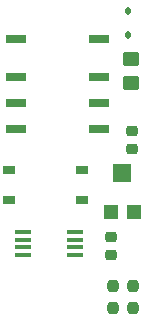
<source format=gbr>
%TF.GenerationSoftware,KiCad,Pcbnew,7.0.10*%
%TF.CreationDate,2024-02-14T16:45:12+01:00*%
%TF.ProjectId,turningLoopLDR,7475726e-696e-4674-9c6f-6f704c44522e,rev?*%
%TF.SameCoordinates,Original*%
%TF.FileFunction,Paste,Top*%
%TF.FilePolarity,Positive*%
%FSLAX46Y46*%
G04 Gerber Fmt 4.6, Leading zero omitted, Abs format (unit mm)*
G04 Created by KiCad (PCBNEW 7.0.10) date 2024-02-14 16:45:12*
%MOMM*%
%LPD*%
G01*
G04 APERTURE LIST*
G04 Aperture macros list*
%AMRoundRect*
0 Rectangle with rounded corners*
0 $1 Rounding radius*
0 $2 $3 $4 $5 $6 $7 $8 $9 X,Y pos of 4 corners*
0 Add a 4 corners polygon primitive as box body*
4,1,4,$2,$3,$4,$5,$6,$7,$8,$9,$2,$3,0*
0 Add four circle primitives for the rounded corners*
1,1,$1+$1,$2,$3*
1,1,$1+$1,$4,$5*
1,1,$1+$1,$6,$7*
1,1,$1+$1,$8,$9*
0 Add four rect primitives between the rounded corners*
20,1,$1+$1,$2,$3,$4,$5,0*
20,1,$1+$1,$4,$5,$6,$7,0*
20,1,$1+$1,$6,$7,$8,$9,0*
20,1,$1+$1,$8,$9,$2,$3,0*%
G04 Aperture macros list end*
%ADD10R,1.450000X0.450000*%
%ADD11R,1.200000X1.200000*%
%ADD12R,1.600000X1.500000*%
%ADD13RoundRect,0.250000X0.450000X-0.350000X0.450000X0.350000X-0.450000X0.350000X-0.450000X-0.350000X0*%
%ADD14RoundRect,0.237500X0.237500X-0.250000X0.237500X0.250000X-0.237500X0.250000X-0.237500X-0.250000X0*%
%ADD15R,1.800000X0.800000*%
%ADD16RoundRect,0.112500X-0.112500X0.187500X-0.112500X-0.187500X0.112500X-0.187500X0.112500X0.187500X0*%
%ADD17R,1.000000X0.800000*%
%ADD18RoundRect,0.225000X0.250000X-0.225000X0.250000X0.225000X-0.250000X0.225000X-0.250000X-0.225000X0*%
%ADD19RoundRect,0.225000X-0.250000X0.225000X-0.250000X-0.225000X0.250000X-0.225000X0.250000X0.225000X0*%
G04 APERTURE END LIST*
D10*
%TO.C,U1*%
X190600000Y-157000000D03*
X190600000Y-157650000D03*
X190600000Y-158300000D03*
X190600000Y-158950000D03*
X195000000Y-158950000D03*
X195000000Y-158300000D03*
X195000000Y-157650000D03*
X195000000Y-157000000D03*
%TD*%
D11*
%TO.C,RV1*%
X198000000Y-155300000D03*
D12*
X199000000Y-152050000D03*
D11*
X200000000Y-155300000D03*
%TD*%
D13*
%TO.C,R3*%
X199763000Y-144375000D03*
X199763000Y-142375000D03*
%TD*%
D14*
%TO.C,R2*%
X198239000Y-163412500D03*
X198239000Y-161587500D03*
%TD*%
%TO.C,R1*%
X199907000Y-163412500D03*
X199907000Y-161587500D03*
%TD*%
D15*
%TO.C,K1*%
X190000000Y-140700000D03*
X190000000Y-143900000D03*
X190000000Y-146100000D03*
X190000000Y-148300000D03*
X197000000Y-148300000D03*
X197000000Y-146100000D03*
X197000000Y-143900000D03*
X197000000Y-140700000D03*
%TD*%
D16*
%TO.C,D2*%
X199509000Y-138261000D03*
X199509000Y-140361000D03*
%TD*%
D17*
%TO.C,D1*%
X195575000Y-154270000D03*
X195575000Y-151730000D03*
X189425000Y-151730000D03*
X189425000Y-154270000D03*
%TD*%
D18*
%TO.C,C2*%
X199771000Y-150000000D03*
X199771000Y-148450000D03*
%TD*%
D19*
%TO.C,C1*%
X198000000Y-157450000D03*
X198000000Y-159000000D03*
%TD*%
M02*

</source>
